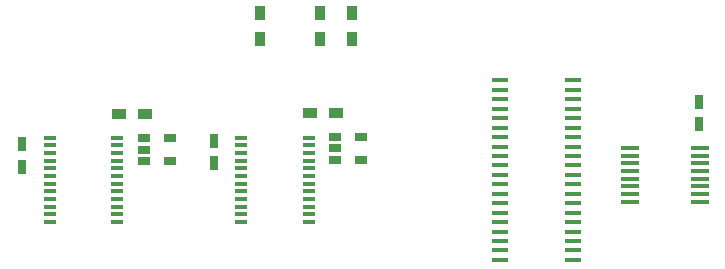
<source format=gtp>
G04 #@! TF.FileFunction,Paste,Top*
%FSLAX46Y46*%
G04 Gerber Fmt 4.6, Leading zero omitted, Abs format (unit mm)*
G04 Created by KiCad (PCBNEW 4.0.7) date 12/11/17 20:33:10*
%MOMM*%
%LPD*%
G01*
G04 APERTURE LIST*
%ADD10C,0.100000*%
%ADD11R,1.448000X0.457000*%
%ADD12R,0.750000X1.200000*%
%ADD13R,1.200000X0.900000*%
%ADD14R,1.100000X0.400000*%
%ADD15R,1.060000X0.650000*%
%ADD16R,1.500000X0.450000*%
%ADD17R,0.900000X1.200000*%
G04 APERTURE END LIST*
D10*
D11*
X96162340Y-80870680D03*
X96162340Y-80070680D03*
X96162340Y-79270680D03*
X96162340Y-78470680D03*
X96162340Y-77670680D03*
X96162340Y-76870680D03*
X96163140Y-76070680D03*
X96162340Y-75270680D03*
X96162340Y-74470680D03*
X96162340Y-73670680D03*
X96162340Y-72870680D03*
X96162340Y-72070680D03*
X96162340Y-71270680D03*
X96162340Y-70470680D03*
X96162340Y-69670680D03*
X96162340Y-68870680D03*
X96162340Y-68070680D03*
X96162340Y-67270680D03*
X96162340Y-66470680D03*
X96162340Y-65670680D03*
X89990340Y-80870680D03*
X89990340Y-80070680D03*
X89990340Y-79270680D03*
X89990340Y-78470680D03*
X89990340Y-77670680D03*
X89990340Y-76870680D03*
X89990340Y-76070680D03*
X89990340Y-75270680D03*
X89990340Y-74470680D03*
X89990340Y-73670680D03*
X89990340Y-72870680D03*
X89990340Y-72070680D03*
X89990340Y-71270680D03*
X89990340Y-70470680D03*
X89990340Y-69670680D03*
X89990340Y-68870680D03*
X89990340Y-68070680D03*
X89990340Y-67270680D03*
X89990340Y-66470680D03*
X89990340Y-65670680D03*
D12*
X49499520Y-72994560D03*
X49499520Y-71094560D03*
X65793620Y-72692300D03*
X65793620Y-70792300D03*
X106827320Y-67500460D03*
X106827320Y-69400460D03*
D13*
X59898460Y-68491100D03*
X57698460Y-68491100D03*
X76134320Y-68470780D03*
X73934320Y-68470780D03*
D14*
X51881920Y-70514260D03*
X51881920Y-71164260D03*
X51881920Y-71814260D03*
X51881920Y-72464260D03*
X51881920Y-73114260D03*
X51881920Y-73764260D03*
X51881920Y-74414260D03*
X51881920Y-75064260D03*
X51881920Y-75714260D03*
X51881920Y-76364260D03*
X51881920Y-77014260D03*
X51881920Y-77664260D03*
X57581920Y-77664260D03*
X57581920Y-77014260D03*
X57581920Y-76364260D03*
X57581920Y-75714260D03*
X57581920Y-75064260D03*
X57581920Y-74414260D03*
X57581920Y-73764260D03*
X57581920Y-73114260D03*
X57581920Y-72464260D03*
X57581920Y-71814260D03*
X57581920Y-71164260D03*
X57581920Y-70514260D03*
X68092200Y-70514260D03*
X68092200Y-71164260D03*
X68092200Y-71814260D03*
X68092200Y-72464260D03*
X68092200Y-73114260D03*
X68092200Y-73764260D03*
X68092200Y-74414260D03*
X68092200Y-75064260D03*
X68092200Y-75714260D03*
X68092200Y-76364260D03*
X68092200Y-77014260D03*
X68092200Y-77664260D03*
X73792200Y-77664260D03*
X73792200Y-77014260D03*
X73792200Y-76364260D03*
X73792200Y-75714260D03*
X73792200Y-75064260D03*
X73792200Y-74414260D03*
X73792200Y-73764260D03*
X73792200Y-73114260D03*
X73792200Y-72464260D03*
X73792200Y-71814260D03*
X73792200Y-71164260D03*
X73792200Y-70514260D03*
D15*
X59870160Y-70576400D03*
X59870160Y-71526400D03*
X59870160Y-72476400D03*
X62070160Y-72476400D03*
X62070160Y-70576400D03*
X76014220Y-70482460D03*
X76014220Y-71432460D03*
X76014220Y-72382460D03*
X78214220Y-72382460D03*
X78214220Y-70482460D03*
D16*
X100989340Y-71390080D03*
X100989340Y-72040080D03*
X100989340Y-72690080D03*
X100989340Y-73340080D03*
X100989340Y-73990080D03*
X100989340Y-74640080D03*
X100989340Y-75290080D03*
X100989340Y-75940080D03*
X106889340Y-75940080D03*
X106889340Y-75290080D03*
X106889340Y-74640080D03*
X106889340Y-73990080D03*
X106889340Y-73340080D03*
X106889340Y-72690080D03*
X106889340Y-72040080D03*
X106889340Y-71390080D03*
D17*
X77429360Y-59999700D03*
X77429360Y-62199700D03*
X74714100Y-59999700D03*
X74714100Y-62199700D03*
X69662040Y-62199700D03*
X69662040Y-59999700D03*
M02*

</source>
